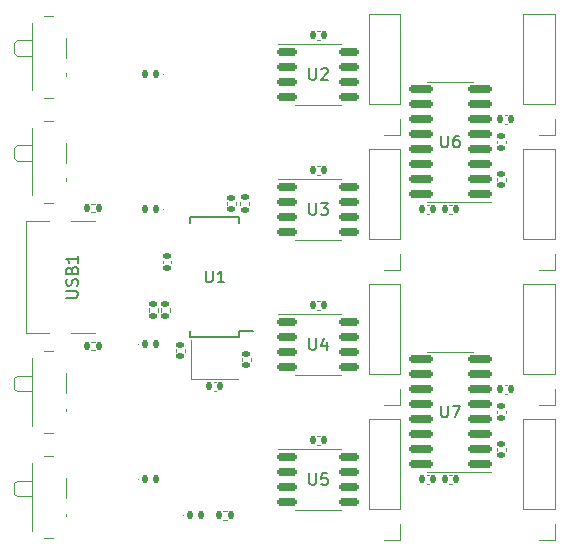
<source format=gbr>
%TF.GenerationSoftware,KiCad,Pcbnew,7.0.1*%
%TF.CreationDate,2023-04-24T21:53:49-04:00*%
%TF.ProjectId,lots-of-serial,6c6f7473-2d6f-4662-9d73-657269616c2e,rev?*%
%TF.SameCoordinates,Original*%
%TF.FileFunction,Legend,Top*%
%TF.FilePolarity,Positive*%
%FSLAX46Y46*%
G04 Gerber Fmt 4.6, Leading zero omitted, Abs format (unit mm)*
G04 Created by KiCad (PCBNEW 7.0.1) date 2023-04-24 21:53:49*
%MOMM*%
%LPD*%
G01*
G04 APERTURE LIST*
G04 Aperture macros list*
%AMRoundRect*
0 Rectangle with rounded corners*
0 $1 Rounding radius*
0 $2 $3 $4 $5 $6 $7 $8 $9 X,Y pos of 4 corners*
0 Add a 4 corners polygon primitive as box body*
4,1,4,$2,$3,$4,$5,$6,$7,$8,$9,$2,$3,0*
0 Add four circle primitives for the rounded corners*
1,1,$1+$1,$2,$3*
1,1,$1+$1,$4,$5*
1,1,$1+$1,$6,$7*
1,1,$1+$1,$8,$9*
0 Add four rect primitives between the rounded corners*
20,1,$1+$1,$2,$3,$4,$5,0*
20,1,$1+$1,$4,$5,$6,$7,0*
20,1,$1+$1,$6,$7,$8,$9,0*
20,1,$1+$1,$8,$9,$2,$3,0*%
G04 Aperture macros list end*
%ADD10C,0.150000*%
%ADD11C,0.120000*%
%ADD12C,0.100000*%
%ADD13RoundRect,0.150000X-0.675000X-0.150000X0.675000X-0.150000X0.675000X0.150000X-0.675000X0.150000X0*%
%ADD14RoundRect,0.140000X0.140000X0.170000X-0.140000X0.170000X-0.140000X-0.170000X0.140000X-0.170000X0*%
%ADD15RoundRect,0.140000X-0.140000X-0.170000X0.140000X-0.170000X0.140000X0.170000X-0.140000X0.170000X0*%
%ADD16RoundRect,0.140000X-0.170000X0.140000X-0.170000X-0.140000X0.170000X-0.140000X0.170000X0.140000X0*%
%ADD17RoundRect,0.140000X0.170000X-0.140000X0.170000X0.140000X-0.170000X0.140000X-0.170000X-0.140000X0*%
%ADD18R,1.700000X1.700000*%
%ADD19O,1.700000X1.700000*%
%ADD20R,1.500000X0.700000*%
%ADD21C,0.900000*%
%ADD22R,0.800000X1.000000*%
%ADD23RoundRect,0.135000X-0.185000X0.135000X-0.185000X-0.135000X0.185000X-0.135000X0.185000X0.135000X0*%
%ADD24RoundRect,0.147500X-0.147500X-0.172500X0.147500X-0.172500X0.147500X0.172500X-0.147500X0.172500X0*%
%ADD25RoundRect,0.135000X-0.135000X-0.185000X0.135000X-0.185000X0.135000X0.185000X-0.135000X0.185000X0*%
%ADD26C,0.650000*%
%ADD27R,1.450000X0.600000*%
%ADD28R,1.450000X0.300000*%
%ADD29O,2.100000X1.000000*%
%ADD30O,1.600000X1.000000*%
%ADD31R,1.200000X0.400000*%
%ADD32RoundRect,0.150000X0.825000X0.150000X-0.825000X0.150000X-0.825000X-0.150000X0.825000X-0.150000X0*%
%ADD33RoundRect,0.147500X0.147500X0.172500X-0.147500X0.172500X-0.147500X-0.172500X0.147500X-0.172500X0*%
%ADD34R,1.400000X1.200000*%
G04 APERTURE END LIST*
D10*
%TO.C,U5*%
X86106095Y-90267619D02*
X86106095Y-91077142D01*
X86106095Y-91077142D02*
X86153714Y-91172380D01*
X86153714Y-91172380D02*
X86201333Y-91220000D01*
X86201333Y-91220000D02*
X86296571Y-91267619D01*
X86296571Y-91267619D02*
X86487047Y-91267619D01*
X86487047Y-91267619D02*
X86582285Y-91220000D01*
X86582285Y-91220000D02*
X86629904Y-91172380D01*
X86629904Y-91172380D02*
X86677523Y-91077142D01*
X86677523Y-91077142D02*
X86677523Y-90267619D01*
X87629904Y-90267619D02*
X87153714Y-90267619D01*
X87153714Y-90267619D02*
X87106095Y-90743809D01*
X87106095Y-90743809D02*
X87153714Y-90696190D01*
X87153714Y-90696190D02*
X87248952Y-90648571D01*
X87248952Y-90648571D02*
X87487047Y-90648571D01*
X87487047Y-90648571D02*
X87582285Y-90696190D01*
X87582285Y-90696190D02*
X87629904Y-90743809D01*
X87629904Y-90743809D02*
X87677523Y-90839047D01*
X87677523Y-90839047D02*
X87677523Y-91077142D01*
X87677523Y-91077142D02*
X87629904Y-91172380D01*
X87629904Y-91172380D02*
X87582285Y-91220000D01*
X87582285Y-91220000D02*
X87487047Y-91267619D01*
X87487047Y-91267619D02*
X87248952Y-91267619D01*
X87248952Y-91267619D02*
X87153714Y-91220000D01*
X87153714Y-91220000D02*
X87106095Y-91172380D01*
%TO.C,U3*%
X86106095Y-67407619D02*
X86106095Y-68217142D01*
X86106095Y-68217142D02*
X86153714Y-68312380D01*
X86153714Y-68312380D02*
X86201333Y-68360000D01*
X86201333Y-68360000D02*
X86296571Y-68407619D01*
X86296571Y-68407619D02*
X86487047Y-68407619D01*
X86487047Y-68407619D02*
X86582285Y-68360000D01*
X86582285Y-68360000D02*
X86629904Y-68312380D01*
X86629904Y-68312380D02*
X86677523Y-68217142D01*
X86677523Y-68217142D02*
X86677523Y-67407619D01*
X87058476Y-67407619D02*
X87677523Y-67407619D01*
X87677523Y-67407619D02*
X87344190Y-67788571D01*
X87344190Y-67788571D02*
X87487047Y-67788571D01*
X87487047Y-67788571D02*
X87582285Y-67836190D01*
X87582285Y-67836190D02*
X87629904Y-67883809D01*
X87629904Y-67883809D02*
X87677523Y-67979047D01*
X87677523Y-67979047D02*
X87677523Y-68217142D01*
X87677523Y-68217142D02*
X87629904Y-68312380D01*
X87629904Y-68312380D02*
X87582285Y-68360000D01*
X87582285Y-68360000D02*
X87487047Y-68407619D01*
X87487047Y-68407619D02*
X87201333Y-68407619D01*
X87201333Y-68407619D02*
X87106095Y-68360000D01*
X87106095Y-68360000D02*
X87058476Y-68312380D01*
%TO.C,USB1*%
X65502619Y-75398094D02*
X66312142Y-75398094D01*
X66312142Y-75398094D02*
X66407380Y-75350475D01*
X66407380Y-75350475D02*
X66455000Y-75302856D01*
X66455000Y-75302856D02*
X66502619Y-75207618D01*
X66502619Y-75207618D02*
X66502619Y-75017142D01*
X66502619Y-75017142D02*
X66455000Y-74921904D01*
X66455000Y-74921904D02*
X66407380Y-74874285D01*
X66407380Y-74874285D02*
X66312142Y-74826666D01*
X66312142Y-74826666D02*
X65502619Y-74826666D01*
X66455000Y-74398094D02*
X66502619Y-74255237D01*
X66502619Y-74255237D02*
X66502619Y-74017142D01*
X66502619Y-74017142D02*
X66455000Y-73921904D01*
X66455000Y-73921904D02*
X66407380Y-73874285D01*
X66407380Y-73874285D02*
X66312142Y-73826666D01*
X66312142Y-73826666D02*
X66216904Y-73826666D01*
X66216904Y-73826666D02*
X66121666Y-73874285D01*
X66121666Y-73874285D02*
X66074047Y-73921904D01*
X66074047Y-73921904D02*
X66026428Y-74017142D01*
X66026428Y-74017142D02*
X65978809Y-74207618D01*
X65978809Y-74207618D02*
X65931190Y-74302856D01*
X65931190Y-74302856D02*
X65883571Y-74350475D01*
X65883571Y-74350475D02*
X65788333Y-74398094D01*
X65788333Y-74398094D02*
X65693095Y-74398094D01*
X65693095Y-74398094D02*
X65597857Y-74350475D01*
X65597857Y-74350475D02*
X65550238Y-74302856D01*
X65550238Y-74302856D02*
X65502619Y-74207618D01*
X65502619Y-74207618D02*
X65502619Y-73969523D01*
X65502619Y-73969523D02*
X65550238Y-73826666D01*
X65978809Y-73064761D02*
X66026428Y-72921904D01*
X66026428Y-72921904D02*
X66074047Y-72874285D01*
X66074047Y-72874285D02*
X66169285Y-72826666D01*
X66169285Y-72826666D02*
X66312142Y-72826666D01*
X66312142Y-72826666D02*
X66407380Y-72874285D01*
X66407380Y-72874285D02*
X66455000Y-72921904D01*
X66455000Y-72921904D02*
X66502619Y-73017142D01*
X66502619Y-73017142D02*
X66502619Y-73398094D01*
X66502619Y-73398094D02*
X65502619Y-73398094D01*
X65502619Y-73398094D02*
X65502619Y-73064761D01*
X65502619Y-73064761D02*
X65550238Y-72969523D01*
X65550238Y-72969523D02*
X65597857Y-72921904D01*
X65597857Y-72921904D02*
X65693095Y-72874285D01*
X65693095Y-72874285D02*
X65788333Y-72874285D01*
X65788333Y-72874285D02*
X65883571Y-72921904D01*
X65883571Y-72921904D02*
X65931190Y-72969523D01*
X65931190Y-72969523D02*
X65978809Y-73064761D01*
X65978809Y-73064761D02*
X65978809Y-73398094D01*
X66502619Y-71874285D02*
X66502619Y-72445713D01*
X66502619Y-72159999D02*
X65502619Y-72159999D01*
X65502619Y-72159999D02*
X65645476Y-72255237D01*
X65645476Y-72255237D02*
X65740714Y-72350475D01*
X65740714Y-72350475D02*
X65788333Y-72445713D01*
%TO.C,U2*%
X86106095Y-55977619D02*
X86106095Y-56787142D01*
X86106095Y-56787142D02*
X86153714Y-56882380D01*
X86153714Y-56882380D02*
X86201333Y-56930000D01*
X86201333Y-56930000D02*
X86296571Y-56977619D01*
X86296571Y-56977619D02*
X86487047Y-56977619D01*
X86487047Y-56977619D02*
X86582285Y-56930000D01*
X86582285Y-56930000D02*
X86629904Y-56882380D01*
X86629904Y-56882380D02*
X86677523Y-56787142D01*
X86677523Y-56787142D02*
X86677523Y-55977619D01*
X87106095Y-56072857D02*
X87153714Y-56025238D01*
X87153714Y-56025238D02*
X87248952Y-55977619D01*
X87248952Y-55977619D02*
X87487047Y-55977619D01*
X87487047Y-55977619D02*
X87582285Y-56025238D01*
X87582285Y-56025238D02*
X87629904Y-56072857D01*
X87629904Y-56072857D02*
X87677523Y-56168095D01*
X87677523Y-56168095D02*
X87677523Y-56263333D01*
X87677523Y-56263333D02*
X87629904Y-56406190D01*
X87629904Y-56406190D02*
X87058476Y-56977619D01*
X87058476Y-56977619D02*
X87677523Y-56977619D01*
%TO.C,U1*%
X77343095Y-73122619D02*
X77343095Y-73932142D01*
X77343095Y-73932142D02*
X77390714Y-74027380D01*
X77390714Y-74027380D02*
X77438333Y-74075000D01*
X77438333Y-74075000D02*
X77533571Y-74122619D01*
X77533571Y-74122619D02*
X77724047Y-74122619D01*
X77724047Y-74122619D02*
X77819285Y-74075000D01*
X77819285Y-74075000D02*
X77866904Y-74027380D01*
X77866904Y-74027380D02*
X77914523Y-73932142D01*
X77914523Y-73932142D02*
X77914523Y-73122619D01*
X78914523Y-74122619D02*
X78343095Y-74122619D01*
X78628809Y-74122619D02*
X78628809Y-73122619D01*
X78628809Y-73122619D02*
X78533571Y-73265476D01*
X78533571Y-73265476D02*
X78438333Y-73360714D01*
X78438333Y-73360714D02*
X78343095Y-73408333D01*
%TO.C,U6*%
X97282095Y-61692619D02*
X97282095Y-62502142D01*
X97282095Y-62502142D02*
X97329714Y-62597380D01*
X97329714Y-62597380D02*
X97377333Y-62645000D01*
X97377333Y-62645000D02*
X97472571Y-62692619D01*
X97472571Y-62692619D02*
X97663047Y-62692619D01*
X97663047Y-62692619D02*
X97758285Y-62645000D01*
X97758285Y-62645000D02*
X97805904Y-62597380D01*
X97805904Y-62597380D02*
X97853523Y-62502142D01*
X97853523Y-62502142D02*
X97853523Y-61692619D01*
X98758285Y-61692619D02*
X98567809Y-61692619D01*
X98567809Y-61692619D02*
X98472571Y-61740238D01*
X98472571Y-61740238D02*
X98424952Y-61787857D01*
X98424952Y-61787857D02*
X98329714Y-61930714D01*
X98329714Y-61930714D02*
X98282095Y-62121190D01*
X98282095Y-62121190D02*
X98282095Y-62502142D01*
X98282095Y-62502142D02*
X98329714Y-62597380D01*
X98329714Y-62597380D02*
X98377333Y-62645000D01*
X98377333Y-62645000D02*
X98472571Y-62692619D01*
X98472571Y-62692619D02*
X98663047Y-62692619D01*
X98663047Y-62692619D02*
X98758285Y-62645000D01*
X98758285Y-62645000D02*
X98805904Y-62597380D01*
X98805904Y-62597380D02*
X98853523Y-62502142D01*
X98853523Y-62502142D02*
X98853523Y-62264047D01*
X98853523Y-62264047D02*
X98805904Y-62168809D01*
X98805904Y-62168809D02*
X98758285Y-62121190D01*
X98758285Y-62121190D02*
X98663047Y-62073571D01*
X98663047Y-62073571D02*
X98472571Y-62073571D01*
X98472571Y-62073571D02*
X98377333Y-62121190D01*
X98377333Y-62121190D02*
X98329714Y-62168809D01*
X98329714Y-62168809D02*
X98282095Y-62264047D01*
%TO.C,U7*%
X97282095Y-84552619D02*
X97282095Y-85362142D01*
X97282095Y-85362142D02*
X97329714Y-85457380D01*
X97329714Y-85457380D02*
X97377333Y-85505000D01*
X97377333Y-85505000D02*
X97472571Y-85552619D01*
X97472571Y-85552619D02*
X97663047Y-85552619D01*
X97663047Y-85552619D02*
X97758285Y-85505000D01*
X97758285Y-85505000D02*
X97805904Y-85457380D01*
X97805904Y-85457380D02*
X97853523Y-85362142D01*
X97853523Y-85362142D02*
X97853523Y-84552619D01*
X98234476Y-84552619D02*
X98901142Y-84552619D01*
X98901142Y-84552619D02*
X98472571Y-85552619D01*
%TO.C,U4*%
X86106095Y-78837619D02*
X86106095Y-79647142D01*
X86106095Y-79647142D02*
X86153714Y-79742380D01*
X86153714Y-79742380D02*
X86201333Y-79790000D01*
X86201333Y-79790000D02*
X86296571Y-79837619D01*
X86296571Y-79837619D02*
X86487047Y-79837619D01*
X86487047Y-79837619D02*
X86582285Y-79790000D01*
X86582285Y-79790000D02*
X86629904Y-79742380D01*
X86629904Y-79742380D02*
X86677523Y-79647142D01*
X86677523Y-79647142D02*
X86677523Y-78837619D01*
X87582285Y-79170952D02*
X87582285Y-79837619D01*
X87344190Y-78790000D02*
X87106095Y-79504285D01*
X87106095Y-79504285D02*
X87725142Y-79504285D01*
D11*
%TO.C,U5*%
X86868000Y-88245000D02*
X83418000Y-88245000D01*
X86868000Y-88245000D02*
X88818000Y-88245000D01*
X86868000Y-93365000D02*
X84918000Y-93365000D01*
X86868000Y-93365000D02*
X88818000Y-93365000D01*
%TO.C,C19*%
X102850836Y-59965000D02*
X102635164Y-59965000D01*
X102850836Y-60685000D02*
X102635164Y-60685000D01*
%TO.C,C18*%
X97936164Y-68305000D02*
X98151836Y-68305000D01*
X97936164Y-67585000D02*
X98151836Y-67585000D01*
%TO.C,C17*%
X102850836Y-82825000D02*
X102635164Y-82825000D01*
X102850836Y-83545000D02*
X102635164Y-83545000D01*
%TO.C,C16*%
X97936164Y-90445000D02*
X98151836Y-90445000D01*
X97936164Y-91165000D02*
X98151836Y-91165000D01*
%TO.C,C15*%
X102002000Y-84982164D02*
X102002000Y-85197836D01*
X102722000Y-84982164D02*
X102722000Y-85197836D01*
%TO.C,C14*%
X102002000Y-88157164D02*
X102002000Y-88372836D01*
X102722000Y-88157164D02*
X102722000Y-88372836D01*
%TO.C,C13*%
X96246836Y-90445000D02*
X96031164Y-90445000D01*
X96246836Y-91165000D02*
X96031164Y-91165000D01*
%TO.C,C12*%
X96246836Y-68305000D02*
X96031164Y-68305000D01*
X96246836Y-67585000D02*
X96031164Y-67585000D01*
%TO.C,C11*%
X102722000Y-62337836D02*
X102722000Y-62122164D01*
X102002000Y-62337836D02*
X102002000Y-62122164D01*
%TO.C,C10*%
X102722000Y-65512836D02*
X102722000Y-65297164D01*
X102002000Y-65512836D02*
X102002000Y-65297164D01*
%TO.C,J5*%
X104207000Y-59045000D02*
X104207000Y-51365000D01*
X106867000Y-60315000D02*
X106867000Y-61645000D01*
X106867000Y-51365000D02*
X104207000Y-51365000D01*
X106867000Y-59045000D02*
X104207000Y-59045000D01*
X106867000Y-61645000D02*
X105537000Y-61645000D01*
X106867000Y-59045000D02*
X106867000Y-51365000D01*
%TO.C,J8*%
X104207000Y-93335000D02*
X104207000Y-85655000D01*
X106867000Y-94605000D02*
X106867000Y-95935000D01*
X106867000Y-85655000D02*
X104207000Y-85655000D01*
X106867000Y-93335000D02*
X104207000Y-93335000D01*
X106867000Y-95935000D02*
X105537000Y-95935000D01*
X106867000Y-93335000D02*
X106867000Y-85655000D01*
%TO.C,J7*%
X104207000Y-81905000D02*
X104207000Y-74225000D01*
X106867000Y-83175000D02*
X106867000Y-84505000D01*
X106867000Y-74225000D02*
X104207000Y-74225000D01*
X106867000Y-81905000D02*
X104207000Y-81905000D01*
X106867000Y-84505000D02*
X105537000Y-84505000D01*
X106867000Y-81905000D02*
X106867000Y-74225000D01*
%TO.C,J6*%
X104207000Y-70475000D02*
X104207000Y-62795000D01*
X106867000Y-71745000D02*
X106867000Y-73075000D01*
X106867000Y-62795000D02*
X104207000Y-62795000D01*
X106867000Y-70475000D02*
X104207000Y-70475000D01*
X106867000Y-73075000D02*
X105537000Y-73075000D01*
X106867000Y-70475000D02*
X106867000Y-62795000D01*
%TO.C,U3*%
X86868000Y-70505000D02*
X88818000Y-70505000D01*
X86868000Y-70505000D02*
X84918000Y-70505000D01*
X86868000Y-65385000D02*
X88818000Y-65385000D01*
X86868000Y-65385000D02*
X83418000Y-65385000D01*
%TO.C,SW1*%
X65491000Y-62305000D02*
X65491000Y-64005000D01*
X61351000Y-62505000D02*
X61141000Y-62705000D01*
X61351000Y-63805000D02*
X62641000Y-63805000D01*
X61351000Y-63805000D02*
X61141000Y-63605000D01*
X64441000Y-60455000D02*
X63651000Y-60455000D01*
X61141000Y-62705000D02*
X61141000Y-63605000D01*
X62641000Y-61055000D02*
X62641000Y-66755000D01*
X65491000Y-65305000D02*
X65491000Y-65505000D01*
X63651000Y-67355000D02*
X64441000Y-67355000D01*
X62641000Y-62505000D02*
X61351000Y-62505000D01*
%TO.C,SW2*%
X65491000Y-53415000D02*
X65491000Y-55115000D01*
X61351000Y-53615000D02*
X61141000Y-53815000D01*
X61351000Y-54915000D02*
X62641000Y-54915000D01*
X61351000Y-54915000D02*
X61141000Y-54715000D01*
X64441000Y-51565000D02*
X63651000Y-51565000D01*
X61141000Y-53815000D02*
X61141000Y-54715000D01*
X62641000Y-52165000D02*
X62641000Y-57865000D01*
X65491000Y-56415000D02*
X65491000Y-56615000D01*
X63651000Y-58465000D02*
X64441000Y-58465000D01*
X62641000Y-53615000D02*
X61351000Y-53615000D01*
%TO.C,SW3*%
X65476000Y-81806000D02*
X65476000Y-83506000D01*
X61336000Y-82006000D02*
X61126000Y-82206000D01*
X61336000Y-83306000D02*
X62626000Y-83306000D01*
X61336000Y-83306000D02*
X61126000Y-83106000D01*
X64426000Y-79956000D02*
X63636000Y-79956000D01*
X61126000Y-82206000D02*
X61126000Y-83106000D01*
X62626000Y-80556000D02*
X62626000Y-86256000D01*
X65476000Y-84806000D02*
X65476000Y-85006000D01*
X63636000Y-86856000D02*
X64426000Y-86856000D01*
X62626000Y-82006000D02*
X61336000Y-82006000D01*
%TO.C,SW4*%
X62626000Y-90896000D02*
X61336000Y-90896000D01*
X63636000Y-95746000D02*
X64426000Y-95746000D01*
X65476000Y-93696000D02*
X65476000Y-93896000D01*
X62626000Y-89446000D02*
X62626000Y-95146000D01*
X61126000Y-91096000D02*
X61126000Y-91996000D01*
X64426000Y-88846000D02*
X63636000Y-88846000D01*
X61336000Y-92196000D02*
X61126000Y-91996000D01*
X61336000Y-92196000D02*
X62626000Y-92196000D01*
X61336000Y-90896000D02*
X61126000Y-91096000D01*
X65476000Y-90696000D02*
X65476000Y-92396000D01*
%TO.C,J4*%
X91126000Y-59045000D02*
X91126000Y-51365000D01*
X93786000Y-60315000D02*
X93786000Y-61645000D01*
X93786000Y-51365000D02*
X91126000Y-51365000D01*
X93786000Y-59045000D02*
X91126000Y-59045000D01*
X93786000Y-61645000D02*
X92456000Y-61645000D01*
X93786000Y-59045000D02*
X93786000Y-51365000D01*
%TO.C,J1*%
X91126000Y-93335000D02*
X91126000Y-85655000D01*
X93786000Y-94605000D02*
X93786000Y-95935000D01*
X93786000Y-85655000D02*
X91126000Y-85655000D01*
X93786000Y-93335000D02*
X91126000Y-93335000D01*
X93786000Y-95935000D02*
X92456000Y-95935000D01*
X93786000Y-93335000D02*
X93786000Y-85655000D01*
%TO.C,J2*%
X91126000Y-81905000D02*
X91126000Y-74225000D01*
X93786000Y-83175000D02*
X93786000Y-84505000D01*
X93786000Y-74225000D02*
X91126000Y-74225000D01*
X93786000Y-81905000D02*
X91126000Y-81905000D01*
X93786000Y-84505000D02*
X92456000Y-84505000D01*
X93786000Y-81905000D02*
X93786000Y-74225000D01*
%TO.C,J3*%
X91126000Y-70475000D02*
X91126000Y-62795000D01*
X93786000Y-71745000D02*
X93786000Y-73075000D01*
X93786000Y-62795000D02*
X91126000Y-62795000D01*
X93786000Y-70475000D02*
X91126000Y-70475000D01*
X93786000Y-73075000D02*
X92456000Y-73075000D01*
X93786000Y-70475000D02*
X93786000Y-62795000D01*
%TO.C,C1*%
X80412000Y-80752836D02*
X80412000Y-80537164D01*
X81132000Y-80752836D02*
X81132000Y-80537164D01*
%TO.C,R3*%
X81025000Y-67283359D02*
X81025000Y-67590641D01*
X80265000Y-67283359D02*
X80265000Y-67590641D01*
D12*
%TO.C,D4*%
X71604000Y-90805000D02*
G75*
G03*
X71604000Y-90805000I-50000J0D01*
G01*
D11*
%TO.C,C8*%
X86760164Y-75713000D02*
X86975836Y-75713000D01*
X86760164Y-76433000D02*
X86975836Y-76433000D01*
D12*
%TO.C,D5*%
X75414000Y-93853000D02*
G75*
G03*
X75414000Y-93853000I-50000J0D01*
G01*
D11*
%TO.C,R1*%
X67664359Y-67438000D02*
X67971641Y-67438000D01*
X67664359Y-68198000D02*
X67971641Y-68198000D01*
%TO.C,C2*%
X77997164Y-82571000D02*
X78212836Y-82571000D01*
X77997164Y-83291000D02*
X78212836Y-83291000D01*
%TO.C,USB1*%
X67940000Y-68960000D02*
X65940000Y-68960000D01*
X64040000Y-68960000D02*
X62140000Y-68960000D01*
X62140000Y-68960000D02*
X62140000Y-78360000D01*
X67940000Y-78360000D02*
X65940000Y-78360000D01*
X64040000Y-78360000D02*
X62140000Y-78360000D01*
%TO.C,R4*%
X73278000Y-76300359D02*
X73278000Y-76607641D01*
X72518000Y-76300359D02*
X72518000Y-76607641D01*
%TO.C,U2*%
X86868000Y-53955000D02*
X83418000Y-53955000D01*
X86868000Y-53955000D02*
X88818000Y-53955000D01*
X86868000Y-59075000D02*
X84918000Y-59075000D01*
X86868000Y-59075000D02*
X88818000Y-59075000D01*
%TO.C,C4*%
X79142000Y-67544836D02*
X79142000Y-67329164D01*
X79862000Y-67544836D02*
X79862000Y-67329164D01*
D10*
%TO.C,U1*%
X80180000Y-78740000D02*
X80180000Y-78260000D01*
X80180000Y-78740000D02*
X76030000Y-78740000D01*
X80180000Y-78260000D02*
X81305000Y-78260000D01*
X80180000Y-68580000D02*
X80180000Y-69060000D01*
X80180000Y-68580000D02*
X76030000Y-68580000D01*
X76030000Y-78740000D02*
X76030000Y-78260000D01*
X76030000Y-68580000D02*
X76030000Y-69060000D01*
D11*
%TO.C,U6*%
X98044000Y-67290000D02*
X101494000Y-67290000D01*
X98044000Y-67290000D02*
X96094000Y-67290000D01*
X98044000Y-57170000D02*
X99994000Y-57170000D01*
X98044000Y-57170000D02*
X96094000Y-57170000D01*
%TO.C,C7*%
X86760164Y-64283000D02*
X86975836Y-64283000D01*
X86760164Y-65003000D02*
X86975836Y-65003000D01*
%TO.C,C3*%
X75544000Y-79775164D02*
X75544000Y-79990836D01*
X74824000Y-79775164D02*
X74824000Y-79990836D01*
%TO.C,U7*%
X98044000Y-90150000D02*
X101494000Y-90150000D01*
X98044000Y-90150000D02*
X96094000Y-90150000D01*
X98044000Y-80030000D02*
X99994000Y-80030000D01*
X98044000Y-80030000D02*
X96094000Y-80030000D01*
%TO.C,U4*%
X86868000Y-76815000D02*
X83418000Y-76815000D01*
X86868000Y-76815000D02*
X88818000Y-76815000D01*
X86868000Y-81935000D02*
X84918000Y-81935000D01*
X86868000Y-81935000D02*
X88818000Y-81935000D01*
%TO.C,R5*%
X74294000Y-76300359D02*
X74294000Y-76607641D01*
X73534000Y-76300359D02*
X73534000Y-76607641D01*
%TO.C,C5*%
X73681000Y-72497836D02*
X73681000Y-72282164D01*
X74401000Y-72497836D02*
X74401000Y-72282164D01*
%TO.C,C9*%
X86760164Y-87143000D02*
X86975836Y-87143000D01*
X86760164Y-87863000D02*
X86975836Y-87863000D01*
D12*
%TO.C,D2*%
X71604000Y-79375000D02*
G75*
G03*
X71604000Y-79375000I-50000J0D01*
G01*
%TO.C,D1*%
X73784000Y-56515000D02*
G75*
G03*
X73784000Y-56515000I-50000J0D01*
G01*
D11*
%TO.C,R6*%
X78840359Y-94233000D02*
X79147641Y-94233000D01*
X78840359Y-93473000D02*
X79147641Y-93473000D01*
%TO.C,C6*%
X86760164Y-53573000D02*
X86975836Y-53573000D01*
X86760164Y-52853000D02*
X86975836Y-52853000D01*
D12*
%TO.C,D3*%
X73784000Y-67945000D02*
G75*
G03*
X73784000Y-67945000I-50000J0D01*
G01*
D11*
%TO.C,R2*%
X67664359Y-79122000D02*
X67971641Y-79122000D01*
X67664359Y-79882000D02*
X67971641Y-79882000D01*
%TO.C,Y1*%
X76105000Y-78995000D02*
X76105000Y-82295000D01*
X76105000Y-82295000D02*
X80105000Y-82295000D01*
%TD*%
%LPC*%
D13*
%TO.C,U5*%
X84243000Y-88900000D03*
X84243000Y-90170000D03*
X84243000Y-91440000D03*
X84243000Y-92710000D03*
X89493000Y-92710000D03*
X89493000Y-91440000D03*
X89493000Y-90170000D03*
X89493000Y-88900000D03*
%TD*%
D14*
%TO.C,C19*%
X103223000Y-60325000D03*
X102263000Y-60325000D03*
%TD*%
D15*
%TO.C,C18*%
X97564000Y-67945000D03*
X98524000Y-67945000D03*
%TD*%
D14*
%TO.C,C17*%
X103223000Y-83185000D03*
X102263000Y-83185000D03*
%TD*%
D15*
%TO.C,C16*%
X98524000Y-90805000D03*
X97564000Y-90805000D03*
%TD*%
D16*
%TO.C,C15*%
X102362000Y-84610000D03*
X102362000Y-85570000D03*
%TD*%
%TO.C,C14*%
X102362000Y-87785000D03*
X102362000Y-88745000D03*
%TD*%
D14*
%TO.C,C13*%
X96619000Y-90805000D03*
X95659000Y-90805000D03*
%TD*%
%TO.C,C12*%
X95659000Y-67945000D03*
X96619000Y-67945000D03*
%TD*%
D17*
%TO.C,C11*%
X102362000Y-62710000D03*
X102362000Y-61750000D03*
%TD*%
%TO.C,C10*%
X102362000Y-65885000D03*
X102362000Y-64925000D03*
%TD*%
D18*
%TO.C,J5*%
X105537000Y-60315000D03*
D19*
X105537000Y-57775000D03*
X105537000Y-55235000D03*
X105537000Y-52695000D03*
%TD*%
D18*
%TO.C,J8*%
X105537000Y-94605000D03*
D19*
X105537000Y-92065000D03*
X105537000Y-89525000D03*
X105537000Y-86985000D03*
%TD*%
D18*
%TO.C,J7*%
X105537000Y-83175000D03*
D19*
X105537000Y-80635000D03*
X105537000Y-78095000D03*
X105537000Y-75555000D03*
%TD*%
D18*
%TO.C,J6*%
X105537000Y-71745000D03*
D19*
X105537000Y-69205000D03*
X105537000Y-66665000D03*
X105537000Y-64125000D03*
%TD*%
D13*
%TO.C,U3*%
X89493000Y-66040000D03*
X89493000Y-67310000D03*
X89493000Y-68580000D03*
X89493000Y-69850000D03*
X84243000Y-69850000D03*
X84243000Y-68580000D03*
X84243000Y-67310000D03*
X84243000Y-66040000D03*
%TD*%
D20*
%TO.C,SW1*%
X65801000Y-66155000D03*
X65801000Y-64655000D03*
X65801000Y-61655000D03*
D21*
X64041000Y-62405000D03*
X64041000Y-65405000D03*
D22*
X65151000Y-60255000D03*
X62941000Y-67555000D03*
X62941000Y-60255000D03*
X65151000Y-67555000D03*
%TD*%
D20*
%TO.C,SW2*%
X65801000Y-57265000D03*
X65801000Y-55765000D03*
X65801000Y-52765000D03*
D21*
X64041000Y-53515000D03*
X64041000Y-56515000D03*
D22*
X65151000Y-51365000D03*
X62941000Y-58665000D03*
X62941000Y-51365000D03*
X65151000Y-58665000D03*
%TD*%
D20*
%TO.C,SW3*%
X65786000Y-85656000D03*
X65786000Y-84156000D03*
X65786000Y-81156000D03*
D21*
X64026000Y-81906000D03*
X64026000Y-84906000D03*
D22*
X65136000Y-79756000D03*
X62926000Y-87056000D03*
X62926000Y-79756000D03*
X65136000Y-87056000D03*
%TD*%
%TO.C,SW4*%
X65136000Y-95946000D03*
X62926000Y-88646000D03*
X62926000Y-95946000D03*
X65136000Y-88646000D03*
D21*
X64026000Y-93796000D03*
X64026000Y-90796000D03*
D20*
X65786000Y-90046000D03*
X65786000Y-93046000D03*
X65786000Y-94546000D03*
%TD*%
D18*
%TO.C,J4*%
X92456000Y-60315000D03*
D19*
X92456000Y-57775000D03*
X92456000Y-55235000D03*
X92456000Y-52695000D03*
%TD*%
D18*
%TO.C,J1*%
X92456000Y-94605000D03*
D19*
X92456000Y-92065000D03*
X92456000Y-89525000D03*
X92456000Y-86985000D03*
%TD*%
D18*
%TO.C,J2*%
X92456000Y-83175000D03*
D19*
X92456000Y-80635000D03*
X92456000Y-78095000D03*
X92456000Y-75555000D03*
%TD*%
D18*
%TO.C,J3*%
X92456000Y-71745000D03*
D19*
X92456000Y-69205000D03*
X92456000Y-66665000D03*
X92456000Y-64125000D03*
%TD*%
D17*
%TO.C,C1*%
X80772000Y-81125000D03*
X80772000Y-80165000D03*
%TD*%
D23*
%TO.C,R3*%
X80645000Y-66927000D03*
X80645000Y-67947000D03*
%TD*%
D24*
%TO.C,D4*%
X72159000Y-90805000D03*
X73129000Y-90805000D03*
%TD*%
D15*
%TO.C,C8*%
X86388000Y-76073000D03*
X87348000Y-76073000D03*
%TD*%
D24*
%TO.C,D5*%
X75969000Y-93853000D03*
X76939000Y-93853000D03*
%TD*%
D25*
%TO.C,R1*%
X67308000Y-67818000D03*
X68328000Y-67818000D03*
%TD*%
D15*
%TO.C,C2*%
X77625000Y-82931000D03*
X78585000Y-82931000D03*
%TD*%
D26*
%TO.C,USB1*%
X68640000Y-70770000D03*
X68640000Y-76550000D03*
D27*
X70085000Y-70410000D03*
X70085000Y-71210000D03*
D28*
X70085000Y-72410000D03*
X70085000Y-73410000D03*
X70085000Y-73910000D03*
X70085000Y-74910000D03*
D27*
X70085000Y-76110000D03*
X70085000Y-76910000D03*
X70085000Y-76910000D03*
X70085000Y-76110000D03*
D28*
X70085000Y-75410000D03*
X70085000Y-74410000D03*
X70085000Y-72910000D03*
X70085000Y-71910000D03*
D27*
X70085000Y-71210000D03*
X70085000Y-70410000D03*
D29*
X69170000Y-69340000D03*
D30*
X64990000Y-69340000D03*
D29*
X69170000Y-77980000D03*
D30*
X64990000Y-77980000D03*
%TD*%
D23*
%TO.C,R4*%
X72898000Y-75944000D03*
X72898000Y-76964000D03*
%TD*%
D13*
%TO.C,U2*%
X84243000Y-54610000D03*
X84243000Y-55880000D03*
X84243000Y-57150000D03*
X84243000Y-58420000D03*
X89493000Y-58420000D03*
X89493000Y-57150000D03*
X89493000Y-55880000D03*
X89493000Y-54610000D03*
%TD*%
D17*
%TO.C,C4*%
X79502000Y-67917000D03*
X79502000Y-66957000D03*
%TD*%
D31*
%TO.C,U1*%
X80705000Y-77787500D03*
X80705000Y-77152500D03*
X80705000Y-76517500D03*
X80705000Y-75882500D03*
X80705000Y-75247500D03*
X80705000Y-74612500D03*
X80705000Y-73977500D03*
X80705000Y-73342500D03*
X80705000Y-72707500D03*
X80705000Y-72072500D03*
X80705000Y-71437500D03*
X80705000Y-70802500D03*
X80705000Y-70167500D03*
X80705000Y-69532500D03*
X75505000Y-69532500D03*
X75505000Y-70167500D03*
X75505000Y-70802500D03*
X75505000Y-71437500D03*
X75505000Y-72072500D03*
X75505000Y-72707500D03*
X75505000Y-73342500D03*
X75505000Y-73977500D03*
X75505000Y-74612500D03*
X75505000Y-75247500D03*
X75505000Y-75882500D03*
X75505000Y-76517500D03*
X75505000Y-77152500D03*
X75505000Y-77787500D03*
%TD*%
D32*
%TO.C,U6*%
X100519000Y-66675000D03*
X100519000Y-65405000D03*
X100519000Y-64135000D03*
X100519000Y-62865000D03*
X100519000Y-61595000D03*
X100519000Y-60325000D03*
X100519000Y-59055000D03*
X100519000Y-57785000D03*
X95569000Y-57785000D03*
X95569000Y-59055000D03*
X95569000Y-60325000D03*
X95569000Y-61595000D03*
X95569000Y-62865000D03*
X95569000Y-64135000D03*
X95569000Y-65405000D03*
X95569000Y-66675000D03*
%TD*%
D15*
%TO.C,C7*%
X86388000Y-64643000D03*
X87348000Y-64643000D03*
%TD*%
D16*
%TO.C,C3*%
X75184000Y-79403000D03*
X75184000Y-80363000D03*
%TD*%
D32*
%TO.C,U7*%
X100519000Y-89535000D03*
X100519000Y-88265000D03*
X100519000Y-86995000D03*
X100519000Y-85725000D03*
X100519000Y-84455000D03*
X100519000Y-83185000D03*
X100519000Y-81915000D03*
X100519000Y-80645000D03*
X95569000Y-80645000D03*
X95569000Y-81915000D03*
X95569000Y-83185000D03*
X95569000Y-84455000D03*
X95569000Y-85725000D03*
X95569000Y-86995000D03*
X95569000Y-88265000D03*
X95569000Y-89535000D03*
%TD*%
D13*
%TO.C,U4*%
X84243000Y-77470000D03*
X84243000Y-78740000D03*
X84243000Y-80010000D03*
X84243000Y-81280000D03*
X89493000Y-81280000D03*
X89493000Y-80010000D03*
X89493000Y-78740000D03*
X89493000Y-77470000D03*
%TD*%
D23*
%TO.C,R5*%
X73914000Y-75944000D03*
X73914000Y-76964000D03*
%TD*%
D17*
%TO.C,C5*%
X74041000Y-72870000D03*
X74041000Y-71910000D03*
%TD*%
D15*
%TO.C,C9*%
X86388000Y-87503000D03*
X87348000Y-87503000D03*
%TD*%
D24*
%TO.C,D2*%
X72159000Y-79375000D03*
X73129000Y-79375000D03*
%TD*%
D33*
%TO.C,D1*%
X73129000Y-56515000D03*
X72159000Y-56515000D03*
%TD*%
D25*
%TO.C,R6*%
X79504000Y-93853000D03*
X78484000Y-93853000D03*
%TD*%
D15*
%TO.C,C6*%
X87348000Y-53213000D03*
X86388000Y-53213000D03*
%TD*%
D33*
%TO.C,D3*%
X73129000Y-67945000D03*
X72159000Y-67945000D03*
%TD*%
D25*
%TO.C,R2*%
X67308000Y-79502000D03*
X68328000Y-79502000D03*
%TD*%
D34*
%TO.C,Y1*%
X77005000Y-81495000D03*
X79205000Y-81495000D03*
X79205000Y-79795000D03*
X77005000Y-79795000D03*
%TD*%
M02*

</source>
